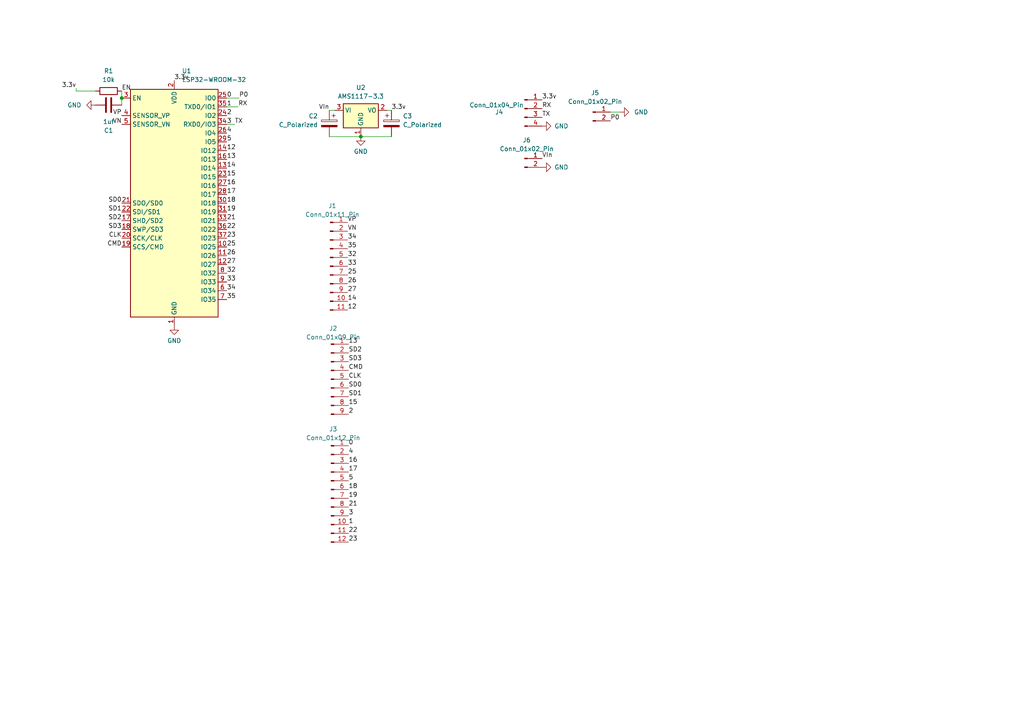
<source format=kicad_sch>
(kicad_sch (version 20230121) (generator eeschema)
  (paper "A4")
  (lib_symbols
    (symbol "Connector:Conn_01x02_Pin" (pin_names (offset 1.016) hide)
      (property "Reference" "J" (at 0 2.54 0))
      (property "Value" "Conn_01x02_Pin" (at 0 -5.08 0))
      (symbol "Conn_01x02_Pin_1_1"
        (polyline (pts (xy 1.27 -2.54) (xy 0.8636 -2.54)) (stroke (width 0.1524)))
        (polyline (pts (xy 1.27 0) (xy 0.8636 0)) (stroke (width 0.1524)))
        (rectangle (start 0.8636 -2.413) (end 0 -2.667) (stroke (width 0.1524)) (fill (type outline)))
        (rectangle (start 0.8636 0.127) (end 0 -0.127) (stroke (width 0.1524)) (fill (type outline)))
        (pin passive line (at 5.08 0 180) (length 3.81) (name "Pin_1") (number "1"))
        (pin passive line (at 5.08 -2.54 180) (length 3.81) (name "Pin_2") (number "2"))
      )
    )
    (symbol "Connector:Conn_01x04_Pin" (pin_names (offset 1.016) hide)
      (property "Reference" "J" (at 0 5.08 0))
      (property "Value" "Conn_01x04_Pin" (at 0 -7.62 0))
      (symbol "Conn_01x04_Pin_1_1"
        (polyline (pts (xy 1.27 -5.08) (xy 0.8636 -5.08)) (stroke (width 0.1524)))
        (polyline (pts (xy 1.27 -2.54) (xy 0.8636 -2.54)) (stroke (width 0.1524)))
        (polyline (pts (xy 1.27 0) (xy 0.8636 0)) (stroke (width 0.1524)))
        (polyline (pts (xy 1.27 2.54) (xy 0.8636 2.54)) (stroke (width 0.1524)))
        (rectangle (start 0.8636 -4.953) (end 0 -5.207) (stroke (width 0.1524)) (fill (type outline)))
        (rectangle (start 0.8636 -2.413) (end 0 -2.667) (stroke (width 0.1524)) (fill (type outline)))
        (rectangle (start 0.8636 0.127) (end 0 -0.127) (stroke (width 0.1524)) (fill (type outline)))
        (rectangle (start 0.8636 2.667) (end 0 2.413) (stroke (width 0.1524)) (fill (type outline)))
        (pin passive line (at 5.08 2.54 180) (length 3.81) (name "Pin_1") (number "1"))
        (pin passive line (at 5.08 0 180) (length 3.81) (name "Pin_2") (number "2"))
        (pin passive line (at 5.08 -2.54 180) (length 3.81) (name "Pin_3") (number "3"))
        (pin passive line (at 5.08 -5.08 180) (length 3.81) (name "Pin_4") (number "4"))
      )
    )
    (symbol "Connector:Conn_01x09_Pin" (pin_names (offset 1.016) hide)
      (property "Reference" "J" (at 0 12.7 0))
      (property "Value" "Conn_01x09_Pin" (at 0 -12.7 0))
      (symbol "Conn_01x09_Pin_1_1"
        (polyline (pts (xy 1.27 -10.16) (xy 0.8636 -10.16)) (stroke (width 0.1524)))
        (polyline (pts (xy 1.27 -7.62) (xy 0.8636 -7.62)) (stroke (width 0.1524)))
        (polyline (pts (xy 1.27 -5.08) (xy 0.8636 -5.08)) (stroke (width 0.1524)))
        (polyline (pts (xy 1.27 -2.54) (xy 0.8636 -2.54)) (stroke (width 0.1524)))
        (polyline (pts (xy 1.27 0) (xy 0.8636 0)) (stroke (width 0.1524)))
        (polyline (pts (xy 1.27 2.54) (xy 0.8636 2.54)) (stroke (width 0.1524)))
        (polyline (pts (xy 1.27 5.08) (xy 0.8636 5.08)) (stroke (width 0.1524)))
        (polyline (pts (xy 1.27 7.62) (xy 0.8636 7.62)) (stroke (width 0.1524)))
        (polyline (pts (xy 1.27 10.16) (xy 0.8636 10.16)) (stroke (width 0.1524)))
        (rectangle (start 0.8636 -10.033) (end 0 -10.287) (stroke (width 0.1524)) (fill (type outline)))
        (rectangle (start 0.8636 -7.493) (end 0 -7.747) (stroke (width 0.1524)) (fill (type outline)))
        (rectangle (start 0.8636 -4.953) (end 0 -5.207) (stroke (width 0.1524)) (fill (type outline)))
        (rectangle (start 0.8636 -2.413) (end 0 -2.667) (stroke (width 0.1524)) (fill (type outline)))
        (rectangle (start 0.8636 0.127) (end 0 -0.127) (stroke (width 0.1524)) (fill (type outline)))
        (rectangle (start 0.8636 2.667) (end 0 2.413) (stroke (width 0.1524)) (fill (type outline)))
        (rectangle (start 0.8636 5.207) (end 0 4.953) (stroke (width 0.1524)) (fill (type outline)))
        (rectangle (start 0.8636 7.747) (end 0 7.493) (stroke (width 0.1524)) (fill (type outline)))
        (rectangle (start 0.8636 10.287) (end 0 10.033) (stroke (width 0.1524)) (fill (type outline)))
        (pin passive line (at 5.08 10.16 180) (length 3.81) (name "Pin_1") (number "1"))
        (pin passive line (at 5.08 7.62 180) (length 3.81) (name "Pin_2") (number "2"))
        (pin passive line (at 5.08 5.08 180) (length 3.81) (name "Pin_3") (number "3"))
        (pin passive line (at 5.08 2.54 180) (length 3.81) (name "Pin_4") (number "4"))
        (pin passive line (at 5.08 0 180) (length 3.81) (name "Pin_5") (number "5"))
        (pin passive line (at 5.08 -2.54 180) (length 3.81) (name "Pin_6") (number "6"))
        (pin passive line (at 5.08 -5.08 180) (length 3.81) (name "Pin_7") (number "7"))
        (pin passive line (at 5.08 -7.62 180) (length 3.81) (name "Pin_8") (number "8"))
        (pin passive line (at 5.08 -10.16 180) (length 3.81) (name "Pin_9") (number "9"))
      )
    )
    (symbol "Connector:Conn_01x11_Pin" (pin_names (offset 1.016) hide)
      (property "Reference" "J" (at 0 15.24 0))
      (property "Value" "Conn_01x11_Pin" (at 0 -15.24 0))
      (symbol "Conn_01x11_Pin_1_1"
        (polyline (pts (xy 1.27 -12.7) (xy 0.8636 -12.7)) (stroke (width 0.1524)))
        (polyline (pts (xy 1.27 -10.16) (xy 0.8636 -10.16)) (stroke (width 0.1524)))
        (polyline (pts (xy 1.27 -7.62) (xy 0.8636 -7.62)) (stroke (width 0.1524)))
        (polyline (pts (xy 1.27 -5.08) (xy 0.8636 -5.08)) (stroke (width 0.1524)))
        (polyline (pts (xy 1.27 -2.54) (xy 0.8636 -2.54)) (stroke (width 0.1524)))
        (polyline (pts (xy 1.27 0) (xy 0.8636 0)) (stroke (width 0.1524)))
        (polyline (pts (xy 1.27 2.54) (xy 0.8636 2.54)) (stroke (width 0.1524)))
        (polyline (pts (xy 1.27 5.08) (xy 0.8636 5.08)) (stroke (width 0.1524)))
        (polyline (pts (xy 1.27 7.62) (xy 0.8636 7.62)) (stroke (width 0.1524)))
        (polyline (pts (xy 1.27 10.16) (xy 0.8636 10.16)) (stroke (width 0.1524)))
        (polyline (pts (xy 1.27 12.7) (xy 0.8636 12.7)) (stroke (width 0.1524)))
        (rectangle (start 0.8636 -12.573) (end 0 -12.827) (stroke (width 0.1524)) (fill (type outline)))
        (rectangle (start 0.8636 -10.033) (end 0 -10.287) (stroke (width 0.1524)) (fill (type outline)))
        (rectangle (start 0.8636 -7.493) (end 0 -7.747) (stroke (width 0.1524)) (fill (type outline)))
        (rectangle (start 0.8636 -4.953) (end 0 -5.207) (stroke (width 0.1524)) (fill (type outline)))
        (rectangle (start 0.8636 -2.413) (end 0 -2.667) (stroke (width 0.1524)) (fill (type outline)))
        (rectangle (start 0.8636 0.127) (end 0 -0.127) (stroke (width 0.1524)) (fill (type outline)))
        (rectangle (start 0.8636 2.667) (end 0 2.413) (stroke (width 0.1524)) (fill (type outline)))
        (rectangle (start 0.8636 5.207) (end 0 4.953) (stroke (width 0.1524)) (fill (type outline)))
        (rectangle (start 0.8636 7.747) (end 0 7.493) (stroke (width 0.1524)) (fill (type outline)))
        (rectangle (start 0.8636 10.287) (end 0 10.033) (stroke (width 0.1524)) (fill (type outline)))
        (rectangle (start 0.8636 12.827) (end 0 12.573) (stroke (width 0.1524)) (fill (type outline)))
        (pin passive line (at 5.08 12.7 180) (length 3.81) (name "Pin_1") (number "1"))
        (pin passive line (at 5.08 -10.16 180) (length 3.81) (name "Pin_10") (number "10"))
        (pin passive line (at 5.08 -12.7 180) (length 3.81) (name "Pin_11") (number "11"))
        (pin passive line (at 5.08 10.16 180) (length 3.81) (name "Pin_2") (number "2"))
        (pin passive line (at 5.08 7.62 180) (length 3.81) (name "Pin_3") (number "3"))
        (pin passive line (at 5.08 5.08 180) (length 3.81) (name "Pin_4") (number "4"))
        (pin passive line (at 5.08 2.54 180) (length 3.81) (name "Pin_5") (number "5"))
        (pin passive line (at 5.08 0 180) (length 3.81) (name "Pin_6") (number "6"))
        (pin passive line (at 5.08 -2.54 180) (length 3.81) (name "Pin_7") (number "7"))
        (pin passive line (at 5.08 -5.08 180) (length 3.81) (name "Pin_8") (number "8"))
        (pin passive line (at 5.08 -7.62 180) (length 3.81) (name "Pin_9") (number "9"))
      )
    )
    (symbol "Connector:Conn_01x12_Pin" (pin_names (offset 1.016) hide)
      (property "Reference" "J" (at 0 15.24 0))
      (property "Value" "Conn_01x12_Pin" (at 0 -17.78 0))
      (symbol "Conn_01x12_Pin_1_1"
        (polyline (pts (xy 1.27 -15.24) (xy 0.8636 -15.24)) (stroke (width 0.1524)))
        (polyline (pts (xy 1.27 -12.7) (xy 0.8636 -12.7)) (stroke (width 0.1524)))
        (polyline (pts (xy 1.27 -10.16) (xy 0.8636 -10.16)) (stroke (width 0.1524)))
        (polyline (pts (xy 1.27 -7.62) (xy 0.8636 -7.62)) (stroke (width 0.1524)))
        (polyline (pts (xy 1.27 -5.08) (xy 0.8636 -5.08)) (stroke (width 0.1524)))
        (polyline (pts (xy 1.27 -2.54) (xy 0.8636 -2.54)) (stroke (width 0.1524)))
        (polyline (pts (xy 1.27 0) (xy 0.8636 0)) (stroke (width 0.1524)))
        (polyline (pts (xy 1.27 2.54) (xy 0.8636 2.54)) (stroke (width 0.1524)))
        (polyline (pts (xy 1.27 5.08) (xy 0.8636 5.08)) (stroke (width 0.1524)))
        (polyline (pts (xy 1.27 7.62) (xy 0.8636 7.62)) (stroke (width 0.1524)))
        (polyline (pts (xy 1.27 10.16) (xy 0.8636 10.16)) (stroke (width 0.1524)))
        (polyline (pts (xy 1.27 12.7) (xy 0.8636 12.7)) (stroke (width 0.1524)))
        (rectangle (start 0.8636 -15.113) (end 0 -15.367) (stroke (width 0.1524)) (fill (type outline)))
        (rectangle (start 0.8636 -12.573) (end 0 -12.827) (stroke (width 0.1524)) (fill (type outline)))
        (rectangle (start 0.8636 -10.033) (end 0 -10.287) (stroke (width 0.1524)) (fill (type outline)))
        (rectangle (start 0.8636 -7.493) (end 0 -7.747) (stroke (width 0.1524)) (fill (type outline)))
        (rectangle (start 0.8636 -4.953) (end 0 -5.207) (stroke (width 0.1524)) (fill (type outline)))
        (rectangle (start 0.8636 -2.413) (end 0 -2.667) (stroke (width 0.1524)) (fill (type outline)))
        (rectangle (start 0.8636 0.127) (end 0 -0.127) (stroke (width 0.1524)) (fill (type outline)))
        (rectangle (start 0.8636 2.667) (end 0 2.413) (stroke (width 0.1524)) (fill (type outline)))
        (rectangle (start 0.8636 5.207) (end 0 4.953) (stroke (width 0.1524)) (fill (type outline)))
        (rectangle (start 0.8636 7.747) (end 0 7.493) (stroke (width 0.1524)) (fill (type outline)))
        (rectangle (start 0.8636 10.287) (end 0 10.033) (stroke (width 0.1524)) (fill (type outline)))
        (rectangle (start 0.8636 12.827) (end 0 12.573) (stroke (width 0.1524)) (fill (type outline)))
        (pin passive line (at 5.08 12.7 180) (length 3.81) (name "Pin_1") (number "1"))
        (pin passive line (at 5.08 -10.16 180) (length 3.81) (name "Pin_10") (number "10"))
        (pin passive line (at 5.08 -12.7 180) (length 3.81) (name "Pin_11") (number "11"))
        (pin passive line (at 5.08 -15.24 180) (length 3.81) (name "Pin_12") (number "12"))
        (pin passive line (at 5.08 10.16 180) (length 3.81) (name "Pin_2") (number "2"))
        (pin passive line (at 5.08 7.62 180) (length 3.81) (name "Pin_3") (number "3"))
        (pin passive line (at 5.08 5.08 180) (length 3.81) (name "Pin_4") (number "4"))
        (pin passive line (at 5.08 2.54 180) (length 3.81) (name "Pin_5") (number "5"))
        (pin passive line (at 5.08 0 180) (length 3.81) (name "Pin_6") (number "6"))
        (pin passive line (at 5.08 -2.54 180) (length 3.81) (name "Pin_7") (number "7"))
        (pin passive line (at 5.08 -5.08 180) (length 3.81) (name "Pin_8") (number "8"))
        (pin passive line (at 5.08 -7.62 180) (length 3.81) (name "Pin_9") (number "9"))
      )
    )
    (symbol "Device:C" (pin_numbers hide) (pin_names (offset 0.254))
      (property "Reference" "C" (at 0.635 2.54 0))
      (property "Value" "C" (at 0.635 -2.54 0))
      (symbol "C_0_1"
        (polyline (pts (xy -2.032 -0.762) (xy 2.032 -0.762)) (stroke (width 0.508)))
        (polyline (pts (xy -2.032 0.762) (xy 2.032 0.762)) (stroke (width 0.508)))
      )
      (symbol "C_1_1"
        (pin passive line (at 0 3.81 270) (length 2.794) (name "~") (number "1"))
        (pin passive line (at 0 -3.81 90) (length 2.794) (name "~") (number "2"))
      )
    )
    (symbol "Device:C_Polarized" (pin_numbers hide) (pin_names (offset 0.254))
      (property "Reference" "C" (at 0.635 2.54 0))
      (property "Value" "C_Polarized" (at 0.635 -2.54 0))
      (symbol "C_Polarized_0_1"
        (rectangle (start -2.286 0.508) (end 2.286 1.016))
        (polyline (pts (xy -1.778 2.286) (xy -0.762 2.286)))
        (polyline (pts (xy -1.27 2.794) (xy -1.27 1.778)))
        (rectangle (start 2.286 -0.508) (end -2.286 -1.016) (fill (type outline)))
      )
      (symbol "C_Polarized_1_1"
        (pin passive line (at 0 3.81 270) (length 2.794) (name "~") (number "1"))
        (pin passive line (at 0 -3.81 90) (length 2.794) (name "~") (number "2"))
      )
    )
    (symbol "Device:R" (pin_numbers hide) (pin_names (offset 0))
      (property "Reference" "R" (at 2.032 0 90))
      (property "Value" "R" (at 0 0 90))
      (symbol "R_0_1"
        (rectangle (start -1.016 -2.54) (end 1.016 2.54) (stroke (width 0.254)))
      )
      (symbol "R_1_1"
        (pin passive line (at 0 3.81 270) (length 1.27) (name "~") (number "1"))
        (pin passive line (at 0 -3.81 90) (length 1.27) (name "~") (number "2"))
      )
    )
    (symbol "GND_1" (power) (pin_names (offset 0))
      (property "Value" "GND_1" (at 0 -3.81 0))
      (symbol "GND_1_0_1"
        (polyline (pts (xy 0 0) (xy 0 -1.27) (xy 1.27 -1.27) (xy 0 -2.54) (xy -1.27 -1.27) (xy 0 -1.27)))
      )
      (symbol "GND_1_1_1"
        (pin power_in line (at 0 0 270) (length 0) hide (name "GND") (number "1"))
      )
    )
    (symbol "RF_Module:ESP32-WROOM-32"
      (property "Reference" "U" (at -12.7 34.29 0))
      (property "Value" "ESP32-WROOM-32" (at 1.27 34.29 0))
      (symbol "ESP32-WROOM-32_0_1"
        (rectangle (start -12.7 33.02) (end 12.7 -33.02) (stroke (width 0.254)) (fill (type background)))
      )
      (symbol "ESP32-WROOM-32_1_1"
        (pin power_in line (at 0 -35.56 90) (length 2.54) (name "GND") (number "1"))
        (pin bidirectional line (at 15.24 -12.7 180) (length 2.54) (name "IO25") (number "10"))
        (pin bidirectional line (at 15.24 -15.24 180) (length 2.54) (name "IO26") (number "11"))
        (pin bidirectional line (at 15.24 -17.78 180) (length 2.54) (name "IO27") (number "12"))
        (pin bidirectional line (at 15.24 10.16 180) (length 2.54) (name "IO14") (number "13"))
        (pin bidirectional line (at 15.24 15.24 180) (length 2.54) (name "IO12") (number "14"))
        (pin passive line (at 0 -35.56 90) (length 2.54) hide (name "GND") (number "15"))
        (pin bidirectional line (at 15.24 12.7 180) (length 2.54) (name "IO13") (number "16"))
        (pin bidirectional line (at -15.24 -5.08 0) (length 2.54) (name "SHD/SD2") (number "17"))
        (pin bidirectional line (at -15.24 -7.62 0) (length 2.54) (name "SWP/SD3") (number "18"))
        (pin bidirectional line (at -15.24 -12.7 0) (length 2.54) (name "SCS/CMD") (number "19"))
        (pin power_in line (at 0 35.56 270) (length 2.54) (name "VDD") (number "2"))
        (pin bidirectional line (at -15.24 -10.16 0) (length 2.54) (name "SCK/CLK") (number "20"))
        (pin bidirectional line (at -15.24 0 0) (length 2.54) (name "SDO/SD0") (number "21"))
        (pin bidirectional line (at -15.24 -2.54 0) (length 2.54) (name "SDI/SD1") (number "22"))
        (pin bidirectional line (at 15.24 7.62 180) (length 2.54) (name "IO15") (number "23"))
        (pin bidirectional line (at 15.24 25.4 180) (length 2.54) (name "IO2") (number "24"))
        (pin bidirectional line (at 15.24 30.48 180) (length 2.54) (name "IO0") (number "25"))
        (pin bidirectional line (at 15.24 20.32 180) (length 2.54) (name "IO4") (number "26"))
        (pin bidirectional line (at 15.24 5.08 180) (length 2.54) (name "IO16") (number "27"))
        (pin bidirectional line (at 15.24 2.54 180) (length 2.54) (name "IO17") (number "28"))
        (pin bidirectional line (at 15.24 17.78 180) (length 2.54) (name "IO5") (number "29"))
        (pin input line (at -15.24 30.48 0) (length 2.54) (name "EN") (number "3"))
        (pin bidirectional line (at 15.24 0 180) (length 2.54) (name "IO18") (number "30"))
        (pin bidirectional line (at 15.24 -2.54 180) (length 2.54) (name "IO19") (number "31"))
        (pin no_connect line (at -12.7 -27.94 0) (length 2.54) hide (name "NC") (number "32"))
        (pin bidirectional line (at 15.24 -5.08 180) (length 2.54) (name "IO21") (number "33"))
        (pin bidirectional line (at 15.24 22.86 180) (length 2.54) (name "RXD0/IO3") (number "34"))
        (pin bidirectional line (at 15.24 27.94 180) (length 2.54) (name "TXD0/IO1") (number "35"))
        (pin bidirectional line (at 15.24 -7.62 180) (length 2.54) (name "IO22") (number "36"))
        (pin bidirectional line (at 15.24 -10.16 180) (length 2.54) (name "IO23") (number "37"))
        (pin passive line (at 0 -35.56 90) (length 2.54) hide (name "GND") (number "38"))
        (pin passive line (at 0 -35.56 90) (length 2.54) hide (name "GND") (number "39"))
        (pin input line (at -15.24 25.4 0) (length 2.54) (name "SENSOR_VP") (number "4"))
        (pin input line (at -15.24 22.86 0) (length 2.54) (name "SENSOR_VN") (number "5"))
        (pin input line (at 15.24 -25.4 180) (length 2.54) (name "IO34") (number "6"))
        (pin input line (at 15.24 -27.94 180) (length 2.54) (name "IO35") (number "7"))
        (pin bidirectional line (at 15.24 -20.32 180) (length 2.54) (name "IO32") (number "8"))
        (pin bidirectional line (at 15.24 -22.86 180) (length 2.54) (name "IO33") (number "9"))
      )
    )
    (symbol "Regulator_Linear:AMS1117-3.3"
      (property "Reference" "U" (at -3.81 3.175 0))
      (property "Value" "AMS1117-3.3" (at 0 3.175 0))
      (symbol "AMS1117-3.3_0_1"
        (rectangle (start -5.08 -5.08) (end 5.08 1.905) (stroke (width 0.254)) (fill (type background)))
      )
      (symbol "AMS1117-3.3_1_1"
        (pin power_in line (at 0 -7.62 90) (length 2.54) (name "GND") (number "1"))
        (pin power_out line (at 7.62 0 180) (length 2.54) (name "VO") (number "2"))
        (pin power_in line (at -7.62 0 0) (length 2.54) (name "VI") (number "3"))
      )
    )
    (symbol "power:GND" (power) (pin_names (offset 0))
      (property "Value" "GND" (at 0 -3.81 0))
      (symbol "GND_0_1"
        (polyline (pts (xy 0 0) (xy 0 -1.27) (xy 1.27 -1.27) (xy 0 -2.54) (xy -1.27 -1.27) (xy 0 -1.27)))
      )
      (symbol "GND_1_1"
        (pin power_in line (at 0 0 270) (length 0) hide (name "GND") (number "1"))
      )
    )
  )
  (junction (at 35.306 28.448))
  (junction (at 104.648 39.624))
  (wire (pts (xy 69.088 30.988) (xy 65.786 30.988)))
  (wire (pts (xy 104.648 39.624) (xy 113.538 39.624)))
  (wire (pts (xy 22.098 26.416) (xy 22.098 25.654)))
  (wire (pts (xy 113.538 32.004) (xy 112.268 32.004)))
  (wire (pts (xy 179.832 32.512) (xy 177.038 32.512)))
  (wire (pts (xy 95.504 32.004) (xy 97.028 32.004)))
  (wire (pts (xy 35.306 26.416) (xy 35.306 28.448)))
  (wire (pts (xy 27.686 26.416) (xy 22.098 26.416)))
  (wire (pts (xy 69.342 28.448) (xy 65.786 28.448)))
  (wire (pts (xy 35.306 28.448) (xy 35.306 30.48)))
  (wire (pts (xy 68.072 36.068) (xy 65.786 36.068)))
  (wire (pts (xy 95.504 39.624) (xy 104.648 39.624)))
  (label "CMD" (at 35.306 71.628 180))
  (label "5" (at 65.786 41.148 0))
  (label "5" (at 101.092 139.446 0))
  (label "0" (at 65.786 28.448 0))
  (label "VIn" (at 157.226 45.974 0))
  (label "22" (at 101.092 154.686 0))
  (label "SD2" (at 101.092 102.362 0))
  (label "3.3v" (at 50.546 23.368 0))
  (label "P0" (at 177.038 35.052 0))
  (label "SD2" (at 35.306 64.008 180))
  (label "3.3v" (at 113.538 32.004 0))
  (label "SD3" (at 101.092 104.902 0))
  (label "CLK" (at 35.306 69.088 180))
  (label "23" (at 65.786 69.088 0))
  (label "32" (at 65.786 79.248 0))
  (label "0" (at 101.092 129.286 0))
  (label "16" (at 101.092 134.366 0))
  (label "19" (at 65.786 61.468 0))
  (label "22" (at 65.786 66.548 0))
  (label "34" (at 65.786 84.328 0))
  (label "18" (at 65.786 58.928 0))
  (label "34" (at 100.838 69.596 0))
  (label "21" (at 101.092 147.066 0))
  (label "VN" (at 100.838 67.056 0))
  (label "12" (at 100.838 89.916 0))
  (label "SD0" (at 101.092 112.522 0))
  (label "VP" (at 35.306 33.528 180))
  (label "3.3v" (at 157.226 28.956 0))
  (label "17" (at 65.786 56.388 0))
  (label "35" (at 65.786 86.868 0))
  (label "19" (at 101.092 144.526 0))
  (label "32" (at 100.838 74.676 0))
  (label "TX" (at 68.072 36.068 0))
  (label "14" (at 100.838 87.376 0))
  (label "SD3" (at 35.306 66.548 180))
  (label "CMD" (at 101.092 107.442 0))
  (label "23" (at 101.092 157.226 0))
  (label "CLK" (at 101.092 109.982 0))
  (label "3" (at 65.786 36.068 0))
  (label "SD1" (at 101.092 115.062 0))
  (label "33" (at 100.838 77.216 0))
  (label "SD1" (at 35.306 61.468 180))
  (label "TX" (at 157.226 34.036 0))
  (label "13" (at 101.092 99.822 0))
  (label "14" (at 65.786 48.768 0))
  (label "VIn" (at 95.504 32.004 180))
  (label "RX" (at 69.088 30.988 0))
  (label "26" (at 65.786 74.168 0))
  (label "27" (at 65.786 76.708 0))
  (label "18" (at 101.092 141.986 0))
  (label "15" (at 65.786 51.308 0))
  (label "2" (at 65.786 33.528 0))
  (label "33" (at 65.786 81.788 0))
  (label "4" (at 65.786 38.608 0))
  (label "21" (at 65.786 64.008 0))
  (label "SD0" (at 35.306 58.928 180))
  (label "13" (at 65.786 46.228 0))
  (label "RX" (at 157.226 31.496 0))
  (label "16" (at 65.786 53.848 0))
  (label "25" (at 65.786 71.628 0))
  (label "3.3v" (at 22.098 25.654 180))
  (label "27" (at 100.838 84.836 0))
  (label "1" (at 65.786 30.988 0))
  (label "26" (at 100.838 82.296 0))
  (label "35" (at 100.838 72.136 0))
  (label "1" (at 101.092 152.146 0))
  (label "2" (at 101.092 120.142 0))
  (label "17" (at 101.092 136.906 0))
  (label "VP" (at 100.838 64.516 0))
  (label "4" (at 101.092 131.826 0))
  (label "EN" (at 35.306 26.416 0))
  (label "VN" (at 35.306 36.068 180))
  (label "3" (at 101.092 149.606 0))
  (label "P0" (at 69.342 28.448 0))
  (label "25" (at 100.838 79.756 0))
  (label "12" (at 65.786 43.688 0))
  (label "15" (at 101.092 117.602 0))
  (symbol (lib_id "power:GND") (at 157.226 36.576 90) (unit 1)
    (property "Reference" "#PWR04" (effects hide))
    (property "Value" "GND" (at 160.782 36.576 90) (effects (justify right)))
  )
  (symbol (lib_id "Device:C") (at 31.496 30.48 270) (unit 1)
    (property "Reference" "C1" (at 31.496 37.846 90))
    (property "Value" "1uf" (at 31.496 35.306 90))
    (property "Footprint" "Capacitor_SMD:C_1210_3225Metric_Pad1.33x2.70mm_HandSolder" (effects hide))
  )
  (symbol (lib_name "GND_1") (lib_id "power:GND") (at 104.648 39.624 0) (unit 1)
    (property "Reference" "#PWR03" (effects hide))
    (property "Value" "GND" (at 104.648 43.942 0))
  )
  (symbol (lib_id "Connector:Conn_01x02_Pin") (at 171.958 32.512 0) (unit 1)
    (property "Reference" "J5" (at 172.593 26.924 0))
    (property "Value" "Conn_01x02_Pin" (at 172.593 29.464 0))
    (property "Footprint" "Connector_PinHeader_2.54mm:PinHeader_1x02_P2.54mm_Vertical" (effects hide))
  )
  (symbol (lib_id "Regulator_Linear:AMS1117-3.3") (at 104.648 32.004 0) (unit 1)
    (property "Reference" "U2" (at 104.648 25.4 0))
    (property "Value" "AMS1117-3.3" (at 104.648 27.94 0))
    (property "Footprint" "Package_TO_SOT_SMD:SOT-223-3_TabPin2" (effects hide))
    (property "Datasheet" "http://www.advanced-monolithic.com/pdf/ds1117.pdf" (effects hide))
  )
  (symbol (lib_id "Connector:Conn_01x02_Pin") (at 152.146 45.974 0) (unit 1)
    (property "Reference" "J6" (at 152.781 40.64 0))
    (property "Value" "Conn_01x02_Pin" (at 152.781 43.18 0))
    (property "Footprint" "Connector_PinHeader_2.54mm:PinHeader_1x02_P2.54mm_Vertical" (effects hide))
  )
  (symbol (lib_id "power:GND") (at 157.226 48.514 90) (unit 1)
    (property "Reference" "#PWR06" (effects hide))
    (property "Value" "GND" (at 160.782 48.514 90) (effects (justify right)))
  )
  (symbol (lib_name "GND_1") (lib_id "power:GND") (at 50.546 94.488 0) (unit 1)
    (property "Reference" "#PWR02" (effects hide))
    (property "Value" "GND" (at 50.546 98.806 0))
  )
  (symbol (lib_id "Device:C_Polarized") (at 113.538 35.814 0) (unit 1)
    (property "Reference" "C3" (at 116.84 33.655 0) (effects (justify left)))
    (property "Value" "C_Polarized" (at 116.84 36.195 0) (effects (justify left)))
    (property "Footprint" "Capacitor_SMD:C_1210_3225Metric_Pad1.33x2.70mm_HandSolder" (effects hide))
  )
  (symbol (lib_id "Connector:Conn_01x12_Pin") (at 96.012 141.986 0) (unit 1)
    (property "Reference" "J3" (at 96.647 124.46 0))
    (property "Value" "Conn_01x12_Pin" (at 96.647 127 0))
    (property "Footprint" "Connector_PinHeader_2.54mm:PinHeader_1x12_P2.54mm_Vertical" (effects hide))
  )
  (symbol (lib_id "Device:R") (at 31.496 26.416 90) (unit 1)
    (property "Reference" "R1" (at 31.496 20.574 90))
    (property "Value" "10k" (at 31.496 23.114 90))
    (property "Footprint" "Resistor_SMD:R_1206_3216Metric_Pad1.30x1.75mm_HandSolder" (effects hide))
  )
  (symbol (lib_id "power:GND") (at 179.832 32.512 90) (unit 1)
    (property "Reference" "#PWR05" (effects hide))
    (property "Value" "GND" (at 183.896 32.512 90) (effects (justify right)))
  )
  (symbol (lib_id "Device:C_Polarized") (at 95.504 35.814 0) (mirror y) (unit 1)
    (property "Reference" "C2" (at 92.202 33.655 0) (effects (justify left)))
    (property "Value" "C_Polarized" (at 92.202 36.195 0) (effects (justify left)))
    (property "Footprint" "Capacitor_SMD:C_1210_3225Metric_Pad1.33x2.70mm_HandSolder" (effects hide))
  )
  (symbol (lib_id "Connector:Conn_01x09_Pin") (at 96.012 109.982 0) (unit 1)
    (property "Reference" "J2" (at 96.647 95.25 0))
    (property "Value" "Conn_01x09_Pin" (at 96.647 97.79 0))
    (property "Footprint" "Connector_PinHeader_2.54mm:PinHeader_1x09_P2.54mm_Vertical" (effects hide))
  )
  (symbol (lib_id "Connector:Conn_01x04_Pin") (at 152.146 31.496 0) (unit 1)
    (property "Reference" "J4" (at 144.78 32.512 0))
    (property "Value" "Conn_01x04_Pin" (at 144.018 30.48 0))
    (property "Footprint" "Connector_PinHeader_2.54mm:PinHeader_1x04_P2.54mm_Vertical" (effects hide))
  )
  (symbol (lib_id "RF_Module:ESP32-WROOM-32") (at 50.546 58.928 0) (unit 1)
    (property "Reference" "U1" (at 52.7401 20.574 0) (effects (justify left)))
    (property "Value" "ESP32-WROOM-32" (at 52.7401 23.114 0) (effects (justify left)))
    (property "Footprint" "RF_Module:ESP32-WROOM-32" (effects hide))
    (property "Datasheet" "https://www.espressif.com/sites/default/files/documentation/esp32-wroom-32_datasheet_en.pdf" (effects hide))
  )
  (symbol (lib_id "Connector:Conn_01x11_Pin") (at 95.758 77.216 0) (unit 1)
    (property "Reference" "J1" (at 96.393 59.69 0))
    (property "Value" "Conn_01x11_Pin" (at 96.393 62.23 0))
    (property "Footprint" "Connector_PinHeader_2.54mm:PinHeader_1x11_P2.54mm_Vertical" (effects hide))
  )
  (symbol (lib_name "GND_1") (lib_id "power:GND") (at 27.686 30.48 270) (unit 1)
    (property "Reference" "#PWR01" (effects hide))
    (property "Value" "GND" (at 23.622 30.48 90) (effects (justify right)))
  )
)
</source>
